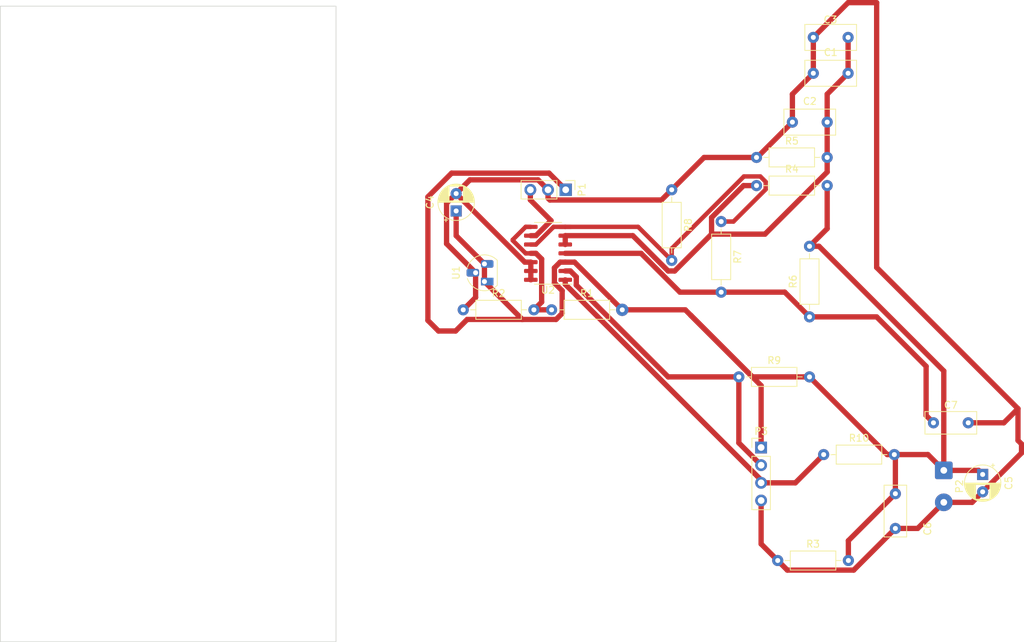
<source format=kicad_pcb>
(kicad_pcb (version 20221018) (generator pcbnew)
  (layers (0 "F.Cu" signal) (31 "B.Cu" signal) (34 "B.Paste" user) (35 "F.Paste" user) (36 "B.SilkS" user "B.Silkscreen") (37 "F.SilkS" user "F.Silkscreen") (38 "B.Mask" user) (39 "F.Mask" user) (44 "Edge.Cuts" user))
  (net 0 "")
  (net 1 "Net-(U2A-+)")
  (net 2 "Net-(P1-Pin_1)")
  (net 3 "GND")
  (net 4 "Net-(U2A--)")
  (net 5 "Net-(P1-Pin_3)")
  (net 6 "Net-(P3-Pin_2)")
  (net 7 "Net-(P3-Pin_3)")
  (net 8 "Net-(U2C-+)")
  (net 9 "Net-(U2B-+)")
  (footprint "Package_TO_SOT_THT:TO-92L_HandSolder" (layer "F.Cu") (at 204.216 90.424 90)
    (fp_text reference "U1" (at 1.27 -4.076 90) (layer "F.SilkS"))
    (fp_text value "L78L05_TO92")
    (pad "1" thru_hole rect (at 0 0 90) (size 1.1 1.8) (drill 0.7112 (offset 0 0.4)) (layers "*.Cu" "*.Mask") (net 2 "Net-(P1-Pin_1)"))
    (pad "2" thru_hole roundrect (at 1.27 -1.27 90) (size 1.1 1.8) (drill 0.7112 (offset 0 -0.4)) (layers "*.Cu" "*.Mask") (net 3 "GND"))
    (pad "3" thru_hole roundrect (at 2.54 0 90) (size 1.1 1.8) (drill 0.7112 (offset 0 0.4)) (layers "*.Cu" "*.Mask") (net 2 "Net-(P1-Pin_1)"))
  )
  (footprint "Resistor_THT:R_Axial_DIN0207_L6.3mm_D2.5mm_P10.16mm_Horizontal" (layer "F.Cu") (at 252.984 115.316)
    (fp_text reference "R10" (at 5.08 -2.37) (layer "F.SilkS"))
    (fp_text value "2.4k 1/4W")
    (pad "1" thru_hole circle (at 0 0) (size 1.6 1.6) (drill 0.7112) (layers "*.Cu" "*.Mask") (net 7 "Net-(P3-Pin_3)"))
    (pad "2" thru_hole oval (at 10.16 0) (size 1.6 1.6) (drill 0.7112) (layers "*.Cu" "*.Mask") (net 2 "Net-(P1-Pin_1)"))
  )
  (footprint "Resistor_THT:R_Axial_DIN0207_L6.3mm_D2.5mm_P10.16mm_Horizontal" (layer "F.Cu") (at 243.332 72.564)
    (fp_text reference "R5" (at 5.08 -2.37) (layer "F.SilkS"))
    (fp_text value "82k 1/4W")
    (pad "1" thru_hole circle (at 0 0) (size 1.6 1.6) (drill 0.7112) (layers "*.Cu" "*.Mask") (net 3 "GND"))
    (pad "2" thru_hole oval (at 10.16 0) (size 1.6 1.6) (drill 0.7112) (layers "*.Cu" "*.Mask") (net 1 "Net-(U2A-+)"))
  )
  (footprint "Resistor_THT:R_Axial_DIN0207_L6.3mm_D2.5mm_P10.16mm_Horizontal" (layer "F.Cu") (at 243.332 76.614)
    (fp_text reference "R4" (at 5.08 -2.37) (layer "F.SilkS"))
    (fp_text value "82k 1/4W")
    (pad "1" thru_hole circle (at 0 0) (size 1.6 1.6) (drill 0.7112) (layers "*.Cu" "*.Mask") (net 1 "Net-(U2A-+)"))
    (pad "2" thru_hole oval (at 10.16 0) (size 1.6 1.6) (drill 0.7112) (layers "*.Cu" "*.Mask") (net 2 "Net-(P1-Pin_1)"))
  )
  (footprint "Connector_PinHeader_2.54mm:PinHeader_1x04_P2.54mm_Vertical" (layer "F.Cu") (at 243.994 114.3)
    (fp_text reference "P3" (at 0 -2.33) (layer "F.SilkS"))
    (fp_text value "Conn_01x04")
    (pad "1" thru_hole rect (at 0 0) (size 1.7 1.7) (drill 0.9652) (layers "*.Cu" "*.Mask") (net 2 "Net-(P1-Pin_1)"))
    (pad "2" thru_hole oval (at 0 2.54) (size 1.7 1.7) (drill 0.9652) (layers "*.Cu" "*.Mask") (net 6 "Net-(P3-Pin_2)"))
    (pad "3" thru_hole oval (at 0 5.08) (size 1.7 1.7) (drill 0.9652) (layers "*.Cu" "*.Mask") (net 7 "Net-(P3-Pin_3)"))
    (pad "4" thru_hole oval (at 0 7.62) (size 1.7 1.7) (drill 0.9652) (layers "*.Cu" "*.Mask") (net 3 "GND"))
  )
  (footprint "Capacitor_THT:C_Rect_L7.2mm_W3.5mm_P5.00mm_FKS2_FKP2_MKS2_MKP2" (layer "F.Cu") (at 251.5 55.292)
    (fp_text reference "C3" (at 2.46 -2.54) (layer "F.SilkS"))
    (fp_text value "1uF 25V")
    (pad "1" thru_hole circle (at 0 0) (size 1.6 1.6) (drill 0.7112) (layers "*.Cu" "*.Mask") (net 3 "GND"))
    (pad "2" thru_hole circle (at 5 0) (size 1.6 1.6) (drill 0.7112) (layers "*.Cu" "*.Mask") (net 1 "Net-(U2A-+)"))
  )
  (footprint "Resistor_THT:R_Axial_DIN0207_L6.3mm_D2.5mm_P10.16mm_Horizontal" (layer "F.Cu") (at 240.792 104.14)
    (fp_text reference "R9" (at 5.08 -2.37) (layer "F.SilkS"))
    (fp_text value "2.4k 1/4W")
    (pad "1" thru_hole circle (at 0 0) (size 1.6 1.6) (drill 0.7112) (layers "*.Cu" "*.Mask") (net 6 "Net-(P3-Pin_2)"))
    (pad "2" thru_hole oval (at 10.16 0) (size 1.6 1.6) (drill 0.7112) (layers "*.Cu" "*.Mask") (net 2 "Net-(P1-Pin_1)"))
  )
  (footprint "Connector_Wire:SolderWire-0.5sqmm_1x02_P4.6mm_D0.9mm_OD2.1mm" (layer "F.Cu") (at 270.256 117.588 -90)
    (fp_text reference "P2" (at 2.3 -2.25 90) (layer "F.SilkS"))
    (fp_text value "Conn_01x02")
    (pad "1" thru_hole roundrect (at 0 0 270) (size 2.54 2.54) (drill 0.9652) (layers "*.Cu" "*.Mask") (roundrect_rratio 0.119048) (net 2 "Net-(P1-Pin_1)"))
    (pad "2" thru_hole circle (at 4.6 0 270) (size 2.54 2.54) (drill 0.9652) (layers "*.Cu" "*.Mask") (net 3 "GND"))
  )
  (footprint "Capacitor_THT:C_Rect_L7.2mm_W3.0mm_P5.00mm_FKS2_FKP2_MKS2_MKP2" (layer "F.Cu") (at 263.298 120.944 -90)
    (fp_text reference "C6" (at 5.04 -4.628 90) (layer "F.SilkS"))
    (fp_text value "0.1uF 25V")
    (pad "1" thru_hole circle (at 0 0 270) (size 1.6 1.6) (drill 0.7112) (layers "*.Cu" "*.Mask") (net 2 "Net-(P1-Pin_1)"))
    (pad "2" thru_hole circle (at 5 0 270) (size 1.6 1.6) (drill 0.7112) (layers "*.Cu" "*.Mask") (net 3 "GND"))
  )
  (footprint "Resistor_THT:R_Axial_DIN0207_L6.3mm_D2.5mm_P10.16mm_Horizontal" (layer "F.Cu") (at 213.868 94.488)
    (fp_text reference "R1" (at 5.08 -2.37) (layer "F.SilkS"))
    (fp_text value "9.1k 1/4W")
    (pad "1" thru_hole circle (at 0 0) (size 1.6 1.6) (drill 0.7112) (layers "*.Cu" "*.Mask") (net 8 "Net-(U2C-+)"))
    (pad "2" thru_hole oval (at 10.16 0) (size 1.778 1.778) (drill 0.7112) (layers "*.Cu" "*.Mask") (net 2 "Net-(P1-Pin_1)"))
  )
  (footprint "Capacitor_THT:CP_Radial_D5.0mm_P2.50mm" (layer "F.Cu") (at 275.844 118.174888 -90)
    (fp_text reference "C5" (at 1.25 -3.75 90) (layer "F.SilkS"))
    (fp_text value "47uF 16V")
    (pad "1" thru_hole rect (at 0 0 270) (size 1.6 1.6) (drill 0.7112) (layers "*.Cu" "*.Mask") (net 2 "Net-(P1-Pin_1)"))
    (pad "2" thru_hole circle (at 2.5 0 270) (size 1.6 1.6) (drill 0.7112) (layers "*.Cu" "*.Mask") (net 3 "GND"))
  )
  (footprint "Capacitor_THT:C_Rect_L7.2mm_W3.5mm_P5.00mm_FKS2_FKP2_MKS2_MKP2" (layer "F.Cu") (at 251.5 60.452)
    (fp_text reference "C1" (at 2.5 -3) (layer "F.SilkS"))
    (fp_text value "1uF 25V")
    (pad "1" thru_hole circle (at 0 0) (size 1.6 1.6) (drill 0.7112) (layers "*.Cu" "*.Mask") (net 3 "GND"))
    (pad "2" thru_hole circle (at 5 0) (size 1.6 1.6) (drill 0.7112) (layers "*.Cu" "*.Mask") (net 1 "Net-(U2A-+)"))
  )
  (footprint "Capacitor_THT:C_Rect_L7.2mm_W3.0mm_P5.00mm_FKS2_FKP2_MKS2_MKP2" (layer "F.Cu") (at 268.772 110.744)
    (fp_text reference "C7" (at 2.5 -2.54) (layer "F.SilkS"))
    (fp_text value "0.1uF 25V")
    (pad "1" thru_hole circle (at 0 0) (size 1.6 1.6) (drill 0.7112) (layers "*.Cu" "*.Mask") (net 4 "Net-(U2A--)"))
    (pad "2" thru_hole circle (at 5 0) (size 1.6 1.6) (drill 0.7112) (layers "*.Cu" "*.Mask") (net 3 "GND"))
  )
  (footprint "Resistor_THT:R_Axial_DIN0207_L6.3mm_D2.5mm_P10.16mm_Horizontal" (layer "F.Cu") (at 250.952 95.504 90)
    (fp_text reference "R6" (at 5.08 -2.37 90) (layer "F.SilkS"))
    (fp_text value "47k 1/4W")
    (pad "1" thru_hole circle (at 0 0 90) (size 1.6 1.6) (drill 0.7112) (layers "*.Cu" "*.Mask") (net 4 "Net-(U2A--)"))
    (pad "2" thru_hole oval (at 10.16 0 90) (size 1.6 1.6) (drill 0.7112) (layers "*.Cu" "*.Mask") (net 2 "Net-(P1-Pin_1)"))
  )
  (footprint "Package_SO:SOIC-14_3.9x8.7mm_P1.27mm" (layer "F.Cu") (at 213.36 86.36 180)
    (fp_text reference "U2" (at 0 -5.28) (layer "F.SilkS"))
    (fp_text value "LM339")
    (pad "1" smd roundrect (at -2.475 -3.81 180) (size 1.95 0.6) (layers "F.Cu" "F.Paste" "F.Mask") (net 7 "Net-(P3-Pin_3)"))
    (pad "2" smd roundrect (at -2.475 -2.54 180) (size 1.95 0.6) (layers "F.Cu" "F.Paste" "F.Mask") (net 6 "Net-(P3-Pin_2)"))
    (pad "3" smd roundrect (at -2.475 -1.27 180) (size 1.95 0.6) (layers "F.Cu" "F.Paste" "F.Mask") (net 2 "Net-(P1-Pin_1)"))
    (pad "4" smd roundrect (at -2.475 0 180) (size 1.95 0.6) (layers "F.Cu" "F.Paste" "F.Mask") (net 4 "Net-(U2A--)"))
    (pad "5" smd roundrect (at -2.475 1.27 180) (size 1.95 0.6) (layers "F.Cu" "F.Paste" "F.Mask") (net 1 "Net-(U2A-+)"))
    (pad "6" smd roundrect (at -2.475 2.54 180) (size 1.95 0.6) (layers "F.Cu" "F.Paste" "F.Mask") (net 1 "Net-(U2A-+)"))
    (pad "7" smd roundrect (at -2.475 3.81 180) (size 1.95 0.6) (layers "F.Cu" "F.Paste" "F.Mask") (net 9 "Net-(U2B-+)"))
    (pad "8" smd roundrect (at 2.475 3.81 180) (size 1.95 0.6) (layers "F.Cu" "F.Paste" "F.Mask") (net 8 "Net-(U2C-+)"))
    (pad "9" smd roundrect (at 2.475 2.54 180) (size 1.95 0.6) (layers "F.Cu" "F.Paste" "F.Mask") (net 5 "Net-(P1-Pin_3)"))
    (pad "10" smd roundrect (at 2.475 1.27 180) (size 1.95 0.6) (layers "F.Cu" "F.Paste" "F.Mask") (net 9 "Net-(U2B-+)"))
    (pad "11" smd roundrect (at 2.475 0 180) (size 1.95 0.6) (layers "F.Cu" "F.Paste" "F.Mask") (net 8 "Net-(U2C-+)"))
    (pad "12" smd roundrect (at 2.475 -1.27 180) (size 1.95 0.6) (layers "F.Cu" "F.Paste" "F.Mask") (net 3 "GND"))
    (pad "13" smd roundrect (at 2.475 -2.54 180) (size 1.95 0.6) (layers "F.Cu" "F.Paste" "F.Mask") (net 3 "GND"))
    (pad "14" smd roundrect (at 2.475 -3.81 180) (size 1.95 0.6) (layers "F.Cu" "F.Paste" "F.Mask") (net 3 "GND"))
  )
  (footprint "Resistor_THT:R_Axial_DIN0207_L6.3mm_D2.5mm_P10.16mm_Horizontal" (layer "F.Cu") (at 231.14 77.216 -90)
    (fp_text reference "R8" (at 5.08 -2.37 90) (layer "F.SilkS"))
    (fp_text value "47k 1/4W")
    (pad "1" thru_hole circle (at 0 0 270) (size 1.6 1.6) (drill 0.7112) (layers "*.Cu" "*.Mask") (net 3 "GND"))
    (pad "2" thru_hole oval (at 10.16 0 270) (size 1.6 1.6) (drill 0.7112) (layers "*.Cu" "*.Mask") (net 9 "Net-(U2B-+)"))
  )
  (footprint "Capacitor_THT:CP_Radial_D5.0mm_P2.50mm" (layer "F.Cu") (at 200.152 80.264 90)
    (fp_text reference "C4" (at 1.25 -3.75 90) (layer "F.SilkS"))
    (fp_text value "10uF 16V")
    (pad "1" thru_hole rect (at 0 0 90) (size 1.6 1.6) (drill 0.7112) (layers "*.Cu" "*.Mask") (net 2 "Net-(P1-Pin_1)"))
    (pad "2" thru_hole circle (at 2.5 0 90) (size 1.6 1.6) (drill 0.7112) (layers "*.Cu" "*.Mask") (net 3 "GND"))
  )
  (footprint "Resistor_THT:R_Axial_DIN0207_L6.3mm_D2.5mm_P10.16mm_Horizontal" (layer "F.Cu") (at 246.38 130.556)
    (fp_text reference "R3" (at 5.08 -2.37) (layer "F.SilkS"))
    (fp_text value "4.7k 1/4W")
    (pad "1" thru_hole circle (at 0 0) (size 1.6 1.6) (drill 0.7112) (layers "*.Cu" "*.Mask") (net 3 "GND"))
    (pad "2" thru_hole oval (at 10.16 0) (size 1.6 1.6) (drill 0.7112) (layers "*.Cu" "*.Mask") (net 2 "Net-(P1-Pin_1)"))
  )
  (footprint "Capacitor_THT:C_Rect_L7.2mm_W3.5mm_P5.00mm_FKS2_FKP2_MKS2_MKP2" (layer "F.Cu") (at 248.492 67.484)
    (fp_text reference "C2" (at 2.5 -3) (layer "F.SilkS"))
    (fp_text value "1uF 25V")
    (pad "1" thru_hole circle (at 0 0) (size 1.6 1.6) (drill 0.7112) (layers "*.Cu" "*.Mask") (net 3 "GND"))
    (pad "2" thru_hole circle (at 5 0) (size 1.6 1.6) (drill 0.7112) (layers "*.Cu" "*.Mask") (net 1 "Net-(U2A-+)"))
  )
  (footprint "Connector_PinHeader_2.54mm:PinHeader_1x03_P2.54mm_Vertical" (layer "F.Cu") (at 215.9 77.216 -90)
    (fp_text reference "P1" (at 0 -2.33 90) (layer "F.SilkS"))
    (fp_text value "Conn_01x03")
    (pad "1" thru_hole rect (at 0 0 270) (size 1.778 1.778) (drill 0.9652) (layers "*.Cu" "*.Mask") (net 2 "Net-(P1-Pin_1)"))
    (pad "2" thru_hole oval (at 0 2.54 270) (size 1.7 1.7) (drill 0.9652) (layers "*.Cu" "*.Mask") (net 3 "GND"))
    (pad "3" thru_hole oval (at 0 5.08 270) (size 1.7 1.7) (drill 0.9652) (layers "*.Cu" "*.Mask") (net 5 "Net-(P1-Pin_3)"))
  )
  (footprint "Resistor_THT:R_Axial_DIN0207_L6.3mm_D2.5mm_P10.16mm_Horizontal" (layer "F.Cu") (at 201.168 94.488)
    (fp_text reference "R2" (at 5.08 -2.37) (layer "F.SilkS"))
    (fp_text value "10k 1/4W")
    (pad "1" thru_hole circle (at 0 0) (size 1.6 1.6) (drill 0.7112) (layers "*.Cu" "*.Mask") (net 3 "GND"))
    (pad "2" thru_hole oval (at 10.16 0) (size 1.6 1.6) (drill 0.7112) (layers "*.Cu" "*.Mask") (net 8 "Net-(U2C-+)"))
  )
  (footprint "Resistor_THT:R_Axial_DIN0207_L6.3mm_D2.5mm_P10.16mm_Horizontal" (layer "F.Cu") (at 238.252 81.788 -90)
    (fp_text reference "R7" (at 5.08 -2.37 90) (layer "F.SilkS"))
    (fp_text value "4.7k 1/4W")
    (pad "1" thru_hole circle (at 0 0 270) (size 1.6 1.6) (drill 0.7112) (layers "*.Cu" "*.Mask") (net 9 "Net-(U2B-+)"))
    (pad "2" thru_hole oval (at 10.16 0 270) (size 1.6 1.6) (drill 0.7112) (layers "*.Cu" "*.Mask") (net 4 "Net-(U2A--)"))
  )
  (gr_rect (start 134.62 50.8) (end 182.88 142.24) (stroke (width 0.1)) (fill none) (layer "Edge.Cuts"))
  (segment (start 215.835 83.82) (end 225.552 83.82) (width 0.762) (layer "F.Cu") (net 1))
  (segment (start 253.492 63.46) (end 256.5 60.452) (width 0.762) (layer "F.Cu") (net 1))
  (segment (start 236.871 83.598029) (end 244.554942 83.598029) (width 0.762) (layer "F.Cu") (net 1))
  (segment (start 244.554942 83.598029) (end 253.492 74.660971) (width 0.762) (layer "F.Cu") (net 1))
  (segment (start 225.552 83.82) (end 230.632 88.9) (width 0.762) (layer "F.Cu") (net 1))
  (segment (start 253.492 72.564) (end 253.492 67.484) (width 0.762) (layer "F.Cu") (net 1))
  (segment (start 241.472971 76.614) (end 243.332 76.614) (width 0.762) (layer "F.Cu") (net 1))
  (segment (start 236.871 81.215971) (end 241.472971 76.614) (width 0.762) (layer "F.Cu") (net 1))
  (segment (start 230.632 88.9) (end 231.569029 88.9) (width 0.762) (layer "F.Cu") (net 1))
  (segment (start 253.492 74.660971) (end 253.492 72.564) (width 0.762) (layer "F.Cu") (net 1))
  (segment (start 253.492 67.484) (end 253.492 63.46) (width 0.762) (layer "F.Cu") (net 1))
  (segment (start 231.569029 88.9) (end 236.871 83.598029) (width 0.762) (layer "F.Cu") (net 1))
  (segment (start 256.5 60.452) (end 256.5 55.292) (width 0.762) (layer "F.Cu") (net 1))
  (segment (start 236.871 83.598029) (end 236.871 81.215971) (width 0.762) (layer "F.Cu") (net 1))
  (segment (start 215.835 85.09) (end 215.835 83.82) (width 0.762) (layer "F.Cu") (net 1))
  (segment (start 256.54 130.556) (end 256.54 127.702) (width 0.762) (layer "F.Cu") (net 2))
  (segment (start 233.894514 95.289486) (end 243.994 105.388971) (width 0.762) (layer "F.Cu") (net 2))
  (segment (start 199.497 74.823) (end 196.088 78.232) (width 0.762) (layer "F.Cu") (net 2))
  (segment (start 267.984 115.316) (end 270.256 117.588) (width 0.762) (layer "F.Cu") (net 2))
  (segment (start 250.952 104.14) (end 262.128 115.316) (width 0.762) (layer "F.Cu") (net 2))
  (segment (start 214.279 90.62279) (end 214.279 88.44721) (width 0.762) (layer "F.Cu") (net 2))
  (segment (start 214.519 95.869) (end 215.392 94.996) (width 0.762) (layer "F.Cu") (net 2))
  (segment (start 263.298 120.944) (end 263.298 115.47) (width 0.762) (layer "F.Cu") (net 2))
  (segment (start 263.144 115.316) (end 267.984 115.316) (width 0.762) (layer "F.Cu") (net 2))
  (segment (start 217.17 87.63) (end 224.028 94.488) (width 0.762) (layer "F.Cu") (net 2))
  (segment (start 250.952 104.14) (end 242.745028 104.14) (width 0.762) (layer "F.Cu") (net 2))
  (segment (start 215.9 77.216) (end 213.507 74.823) (width 0.762) (layer "F.Cu") (net 2))
  (segment (start 270.256 117.588) (end 275.257112 117.588) (width 0.762) (layer "F.Cu") (net 2))
  (segment (start 253.492 82.804) (end 250.952 85.344) (width 0.762) (layer "F.Cu") (net 2))
  (segment (start 215.09621 87.63) (end 215.835 87.63) (width 0.762) (layer "F.Cu") (net 2))
  (segment (start 200.073029 97.536) (end 201.740029 95.869) (width 0.762) (layer "F.Cu") (net 2))
  (segment (start 243.994 105.388971) (end 243.994 114.3) (width 0.762) (layer "F.Cu") (net 2))
  (segment (start 204.216 90.424) (end 209.661 95.869) (width 0.762) (layer "F.Cu") (net 2))
  (segment (start 196.088 96.012) (end 197.612 97.536) (width 0.762) (layer "F.Cu") (net 2))
  (segment (start 263.298 115.47) (end 263.144 115.316) (width 0.762) (layer "F.Cu") (net 2))
  (segment (start 214.279 88.44721) (end 215.09621 87.63) (width 0.762) (layer "F.Cu") (net 2))
  (segment (start 262.128 115.316) (end 263.144 115.316) (width 0.762) (layer "F.Cu") (net 2))
  (segment (start 197.612 97.536) (end 200.073029 97.536) (width 0.762) (layer "F.Cu") (net 2))
  (segment (start 253.492 76.614) (end 253.492 82.804) (width 0.762) (layer "F.Cu") (net 2))
  (segment (start 250.952 85.344) (end 252.312473 85.344) (width 0.762) (layer "F.Cu") (net 2))
  (segment (start 201.740029 95.869) (end 209.661 95.869) (width 0.762) (layer "F.Cu") (net 2))
  (segment (start 275.257112 117.588) (end 275.844 118.174888) (width 0.762) (layer "F.Cu") (net 2))
  (segment (start 209.661 95.869) (end 214.519 95.869) (width 0.762) (layer "F.Cu") (net 2))
  (segment (start 224.028 94.488) (end 233.093029 94.488) (width 0.762) (layer "F.Cu") (net 2))
  (segment (start 233.093029 94.488) (end 233.894514 95.289486) (width 0.762) (layer "F.Cu") (net 2))
  (segment (start 204.216 87.884) (end 204.216 90.424) (width 0.762) (layer "F.Cu") (net 2))
  (segment (start 256.54 127.702) (end 263.298 120.944) (width 0.762) (layer "F.Cu") (net 2))
  (segment (start 213.507 74.823) (end 199.497 74.823) (width 0.762) (layer "F.Cu") (net 2))
  (segment (start 252.312473 85.344) (end 270.256 103.287527) (width 0.762) (layer "F.Cu") (net 2))
  (segment (start 196.088 78.232) (end 196.088 96.012) (width 0.762) (layer "F.Cu") (net 2))
  (segment (start 200.152 80.264) (end 200.152 83.82) (width 0.762) (layer "F.Cu") (net 2))
  (segment (start 215.392 91.73579) (end 214.279 90.62279) (width 0.762) (layer "F.Cu") (net 2))
  (segment (start 215.392 94.996) (end 215.392 91.73579) (width 0.762) (layer "F.Cu") (net 2))
  (segment (start 215.835 87.63) (end 217.17 87.63) (width 0.762) (layer "F.Cu") (net 2))
  (segment (start 242.745028 104.14) (end 233.894514 95.289486) (width 0.762) (layer "F.Cu") (net 2))
  (segment (start 270.256 103.287527) (end 270.256 117.588) (width 0.762) (layer "F.Cu") (net 2))
  (segment (start 200.152 83.82) (end 204.216 87.884) (width 0.762) (layer "F.Cu") (net 2))
  (segment (start 280.924 108.712) (end 280.924 113.284) (width 0.762) (layer "F.Cu") (net 3))
  (segment (start 274.330888 122.188) (end 275.844 120.674888) (width 0.762) (layer "F.Cu") (net 3))
  (segment (start 210.018 87.63) (end 210.885 87.63) (width 0.762) (layer "F.Cu") (net 3))
  (segment (start 243.994 128.17) (end 246.38 130.556) (width 0.762) (layer "F.Cu") (net 3))
  (segment (start 281.432 115.086888) (end 275.844 120.674888) (width 0.762) (layer "F.Cu") (net 3))
  (segment (start 263.298 125.944) (end 266.5 125.944) (width 0.762) (layer "F.Cu") (net 3))
  (segment (start 270.256 122.188) (end 274.330888 122.188) (width 0.762) (layer "F.Cu") (net 3))
  (segment (start 260.604 50.292) (end 260.604 88.392) (width 0.762) (layer "F.Cu") (net 3))
  (segment (start 251.5 55.292) (end 256.5 50.292) (width 0.762) (layer "F.Cu") (net 3))
  (segment (start 260.604 88.392) (end 280.924 108.712) (width 0.762) (layer "F.Cu") (net 3))
  (segment (start 256.5 50.292) (end 260.604 50.292) (width 0.762) (layer "F.Cu") (net 3))
  (segment (start 231.14 77.216) (end 235.792 72.564) (width 0.762) (layer "F.Cu") (net 3))
  (segment (start 213.36 77.216) (end 211.929 75.785) (width 0.762) (layer "F.Cu") (net 3))
  (segment (start 235.792 72.564) (end 243.332 72.564) (width 0.762) (layer "F.Cu") (net 3))
  (segment (start 246.38 130.556) (end 247.761 131.937) (width 0.762) (layer "F.Cu") (net 3))
  (segment (start 211.929 75.785) (end 202.131 75.785) (width 0.762) (layer "F.Cu") (net 3))
  (segment (start 202.946 92.71) (end 201.168 94.488) (width 0.762) (layer "F.Cu") (net 3))
  (segment (start 243.412 72.564) (end 248.492 67.484) (width 0.762) (layer "F.Cu") (net 3))
  (segment (start 251.5 60.452) (end 251.5 55.292) (width 0.762) (layer "F.Cu") (net 3))
  (segment (start 257.305 131.937) (end 263.298 125.944) (width 0.762) (layer "F.Cu") (net 3))
  (segment (start 243.994 121.92) (end 243.994 128.17) (width 0.762) (layer "F.Cu") (net 3))
  (segment (start 198.771 84.979) (end 202.946 89.154) (width 0.762) (layer "F.Cu") (net 3))
  (segment (start 202.946 89.154) (end 202.946 92.71) (width 0.762) (layer "F.Cu") (net 3))
  (segment (start 248.492 67.484) (end 248.492 63.46) (width 0.762) (layer "F.Cu") (net 3))
  (segment (start 200.152 77.764) (end 210.018 87.63) (width 0.762) (layer "F.Cu") (net 3))
  (segment (start 278.892 110.744) (end 280.924 108.712) (width 0.762) (layer "F.Cu") (net 3))
  (segment (start 243.332 72.564) (end 243.412 72.564) (width 0.762) (layer "F.Cu") (net 3))
  (segment (start 248.492 63.46) (end 251.5 60.452) (width 0.762) (layer "F.Cu") (net 3))
  (segment (start 273.772 110.744) (end 278.892 110.744) (width 0.762) (layer "F.Cu") (net 3))
  (segment (start 202.131 75.785) (end 200.152 77.764) (width 0.762) (layer "F.Cu") (net 3))
  (segment (start 281.432 113.792) (end 281.432 115.086888) (width 0.762) (layer "F.Cu") (net 3))
  (segment (start 247.761 131.937) (end 257.305 131.937) (width 0.762) (layer "F.Cu") (net 3))
  (segment (start 266.5 125.944) (end 270.256 122.188) (width 0.762) (layer "F.Cu") (net 3))
  (segment (start 280.924 113.284) (end 281.432 113.792) (width 0.762) (layer "F.Cu") (net 3))
  (segment (start 210.885 90.17) (end 210.885 87.63) (width 0.762) (layer "F.Cu") (net 3))
  (segment (start 198.771 79.145) (end 198.771 84.979) (width 0.762) (layer "F.Cu") (net 3))
  (segment (start 213.627919 78.686) (end 229.67 78.686) (width 0.762) (layer "F.Cu") (net 3))
  (segment (start 213.36 77.216) (end 213.36 78.418081) (width 0.762) (layer "F.Cu") (net 3))
  (segment (start 200.152 77.764) (end 198.771 79.145) (width 0.762) (layer "F.Cu") (net 3))
  (segment (start 229.67 78.686) (end 231.14 77.216) (width 0.762) (layer "F.Cu") (net 3))
  (segment (start 213.36 78.418081) (end 213.627919 78.686) (width 0.762) (layer "F.Cu") (net 3))
  (segment (start 215.835 86.36) (end 226.731526 86.36) (width 0.762) (layer "F.Cu") (net 4))
  (segment (start 232.319526 91.948) (end 238.252 91.948) (width 0.762) (layer "F.Cu") (net 4))
  (segment (start 226.731526 86.36) (end 232.319526 91.948) (width 0.762) (layer "F.Cu") (net 4))
  (segment (start 238.252 91.948) (end 247.396 91.948) (width 0.762) (layer "F.Cu") (net 4))
  (segment (start 250.952 95.504) (end 260.604 95.504) (width 0.762) (layer "F.Cu") (net 4))
  (segment (start 260.604 95.504) (end 267.716 102.616) (width 0.762) (layer "F.Cu") (net 4))
  (segment (start 247.396 91.948) (end 250.952 95.504) (width 0.762) (layer "F.Cu") (net 4))
  (segment (start 267.716 109.688) (end 268.772 110.744) (width 0.762) (layer "F.Cu") (net 4))
  (segment (start 267.716 102.616) (end 267.716 109.688) (width 0.762) (layer "F.Cu") (net 4))
  (segment (start 210.885 83.82) (end 211.62312 83.82) (width 0.762) (layer "F.Cu") (net 5))
  (segment (start 210.82 78.67988) (end 210.82 77.216) (width 0.762) (layer "F.Cu") (net 5))
  (segment (start 211.62312 83.82) (end 213.79162 81.6515) (width 0.762) (layer "F.Cu") (net 5))
  (segment (start 213.79162 81.6515) (end 210.82 78.67988) (width 0.762) (layer "F.Cu") (net 5))
  (segment (start 217.424 89.75021) (end 217.424 90.932) (width 0.762) (layer "F.Cu") (net 6))
  (segment (start 215.835 88.9) (end 216.57379 88.9) (width 0.762) (layer "F.Cu") (net 6))
  (segment (start 217.424 90.932) (end 230.632 104.14) (width 0.762) (layer "F.Cu") (net 6))
  (segment (start 240.792 104.14) (end 240.792 113.638) (width 0.762) (layer "F.Cu") (net 6))
  (segment (start 216.57379 88.9) (end 217.424 89.75021) (width 0.762) (layer "F.Cu") (net 6))
  (segment (start 230.632 104.14) (end 240.792 104.14) (width 0.762) (layer "F.Cu") (net 6))
  (segment (start 240.792 113.638) (end 243.994 116.84) (width 0.762) (layer "F.Cu") (net 6))
  (segment (start 215.835 90.17) (end 215.835 90.818316) (width 0.762) (layer "F.Cu") (net 7))
  (segment (start 243.994 118.977316) (end 243.994 119.38) (width 0.762) (layer "F.Cu") (net 7))
  (segment (start 243.994 119.38) (end 248.92 119.38) (width 0.762) (layer "F.Cu") (net 7))
  (segment (start 248.92 119.38) (end 252.984 115.316) (width 0.762) (layer "F.Cu") (net 7))
  (segment (start 215.835 90.818316) (end 243.994 118.977316) (width 0.762) (layer "F.Cu") (net 7))
  (segment (start 210.14621 86.36) (end 210.885 86.36) (width 0.635) (layer "F.Cu") (net 8))
  (segment (start 211.328 94.488) (end 212.441 93.375) (width 0.762) (layer "F.Cu") (net 8))
  (segment (start 212.441 93.375) (end 212.441 87.17721) (width 0.762) (layer "F.Cu") (net 8))
  (segment (start 212.441 87.17721) (end 211.62379 86.36) (width 0.762) (layer "F.Cu") (net 8))
  (segment (start 208.28 84.41621) (end 208.28 84.49379) (width 0.635) (layer "F.Cu") (net 8))
  (segment (start 210.14621 82.55) (end 208.28 84.41621) (width 0.635) (layer "F.Cu") (net 8))
  (segment (start 210.885 82.55) (end 210.14621 82.55) (width 0.635) (layer "F.Cu") (net 8))
  (segment (start 213.868 94.488) (end 211.328 94.488) (width 0.762) (layer "F.Cu") (net 8))
  (segment (start 211.62379 86.36) (end 210.885 86.36) (width 0.762) (layer "F.Cu") (net 8))
  (segment (start 208.28 84.49379) (end 210.14621 86.36) (width 0.635) (layer "F.Cu") (net 8))
  (segment (start 241.519801 75.2965) (end 243.877727 75.2965) (width 0.635) (layer "F.Cu") (net 9))
  (segment (start 244.6495 76.068273) (end 244.6495 77.159727) (width 0.635) (layer "F.Cu") (net 9))
  (segment (start 231.14 85.676301) (end 241.519801 75.2965) (width 0.635) (layer "F.Cu") (net 9))
  (segment (start 214.16379 82.55) (end 211.62379 85.09) (width 0.635) (layer "F.Cu") (net 9))
  (segment (start 226.314 82.55) (end 231.14 87.376) (width 0.635) (layer "F.Cu") (net 9))
  (segment (start 215.835 82.55) (end 214.16379 82.55) (width 0.635) (layer "F.Cu") (net 9))
  (segment (start 211.62379 85.09) (end 210.885 85.09) (width 0.635) (layer "F.Cu") (net 9))
  (segment (start 231.14 87.376) (end 231.14 85.676301) (width 0.635) (layer "F.Cu") (net 9))
  (segment (start 215.835 82.55) (end 226.314 82.55) (width 0.635) (layer "F.Cu") (net 9))
  (segment (start 244.6495 77.159727) (end 240.021227 81.788) (width 0.635) (layer "F.Cu") (net 9))
  (segment (start 243.877727 75.2965) (end 244.6495 76.068273) (width 0.635) (layer "F.Cu") (net 9))
  (segment (start 240.021227 81.788) (end 238.252 81.788) (width 0.635) (layer "F.Cu") (net 9))
)
</source>
